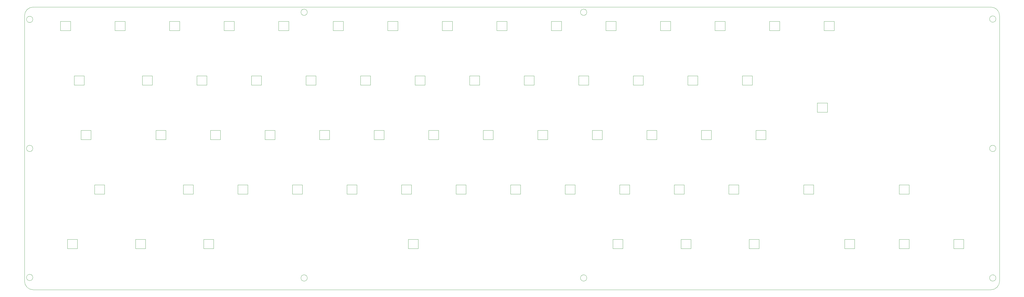
<source format=gbr>
G04 #@! TF.GenerationSoftware,KiCad,Pcbnew,(5.1.12)-1*
G04 #@! TF.CreationDate,2022-12-17T21:06:57+09:00*
G04 #@! TF.ProjectId,jtnk67,6a746e6b-3637-42e6-9b69-6361645f7063,rev?*
G04 #@! TF.SameCoordinates,Original*
G04 #@! TF.FileFunction,Profile,NP*
%FSLAX46Y46*%
G04 Gerber Fmt 4.6, Leading zero omitted, Abs format (unit mm)*
G04 Created by KiCad (PCBNEW (5.1.12)-1) date 2022-12-17 21:06:57*
%MOMM*%
%LPD*%
G01*
G04 APERTURE LIST*
G04 #@! TA.AperFunction,Profile*
%ADD10C,0.100000*%
G04 #@! TD*
G04 #@! TA.AperFunction,Profile*
%ADD11C,0.010000*%
G04 #@! TD*
G04 #@! TA.AperFunction,Profile*
%ADD12C,0.120000*%
G04 #@! TD*
G04 APERTURE END LIST*
D10*
X14275000Y-20250000D02*
X14275000Y-113050000D01*
X17275000Y-116050000D02*
G75*
G02*
X14275000Y-113050000I0J3000000D01*
G01*
X14275000Y-20250000D02*
G75*
G02*
X17275000Y-17250000I3000000J0D01*
G01*
X351806250Y-17250000D02*
G75*
G02*
X354806250Y-20250000I0J-3000000D01*
G01*
X354806250Y-113050000D02*
G75*
G02*
X351806250Y-116050000I-3000000J0D01*
G01*
X354806250Y-113050000D02*
X354806250Y-20250000D01*
X17275000Y-116050000D02*
X351806250Y-116050000D01*
X351806250Y-17250000D02*
X17275000Y-17250000D01*
D11*
X113019000Y-19050000D02*
G75*
G03*
X113019000Y-19050000I-1100000J0D01*
G01*
X113019000Y-111919000D02*
G75*
G03*
X113019000Y-111919000I-1100000J0D01*
G01*
X210650000Y-111919000D02*
G75*
G03*
X210650000Y-111919000I-1100000J0D01*
G01*
X210650000Y-19050000D02*
G75*
G03*
X210650000Y-19050000I-1100000J0D01*
G01*
D12*
X29206200Y-101612000D02*
X29206200Y-98412000D01*
X29206200Y-98412000D02*
X32706200Y-98412000D01*
X32706200Y-98412000D02*
X32706200Y-101612000D01*
X32706200Y-101612000D02*
X29206200Y-101612000D01*
X53018800Y-101612000D02*
X53018800Y-98412000D01*
X53018800Y-98412000D02*
X56518800Y-98412000D01*
X56518800Y-98412000D02*
X56518800Y-101612000D01*
X56518800Y-101612000D02*
X53018800Y-101612000D01*
X38731200Y-82562500D02*
X38731200Y-79362500D01*
X38731200Y-79362500D02*
X42231200Y-79362500D01*
X42231200Y-79362500D02*
X42231200Y-82562500D01*
X42231200Y-82562500D02*
X38731200Y-82562500D01*
X33968800Y-63512500D02*
X33968800Y-60312500D01*
X33968800Y-60312500D02*
X37468800Y-60312500D01*
X37468800Y-60312500D02*
X37468800Y-63512500D01*
X37468800Y-63512500D02*
X33968800Y-63512500D01*
X31587500Y-44462500D02*
X31587500Y-41262500D01*
X31587500Y-41262500D02*
X35087500Y-41262500D01*
X35087500Y-41262500D02*
X35087500Y-44462500D01*
X35087500Y-44462500D02*
X31587500Y-44462500D01*
X26825000Y-25412500D02*
X26825000Y-22212500D01*
X26825000Y-22212500D02*
X30325000Y-22212500D01*
X30325000Y-22212500D02*
X30325000Y-25412500D01*
X30325000Y-25412500D02*
X26825000Y-25412500D01*
X45875000Y-25412500D02*
X45875000Y-22212500D01*
X45875000Y-22212500D02*
X49375000Y-22212500D01*
X49375000Y-22212500D02*
X49375000Y-25412500D01*
X49375000Y-25412500D02*
X45875000Y-25412500D01*
X55400000Y-44462500D02*
X55400000Y-41262500D01*
X55400000Y-41262500D02*
X58900000Y-41262500D01*
X58900000Y-41262500D02*
X58900000Y-44462500D01*
X58900000Y-44462500D02*
X55400000Y-44462500D01*
X60162500Y-63512500D02*
X60162500Y-60312500D01*
X60162500Y-60312500D02*
X63662500Y-60312500D01*
X63662500Y-60312500D02*
X63662500Y-63512500D01*
X63662500Y-63512500D02*
X60162500Y-63512500D01*
X69687500Y-82562500D02*
X69687500Y-79362500D01*
X69687500Y-79362500D02*
X73187500Y-79362500D01*
X73187500Y-79362500D02*
X73187500Y-82562500D01*
X73187500Y-82562500D02*
X69687500Y-82562500D01*
X76831200Y-101612000D02*
X76831200Y-98412000D01*
X76831200Y-98412000D02*
X80331200Y-98412000D01*
X80331200Y-98412000D02*
X80331200Y-101612000D01*
X80331200Y-101612000D02*
X76831200Y-101612000D01*
X88737500Y-82562500D02*
X88737500Y-79362500D01*
X88737500Y-79362500D02*
X92237500Y-79362500D01*
X92237500Y-79362500D02*
X92237500Y-82562500D01*
X92237500Y-82562500D02*
X88737500Y-82562500D01*
X79212500Y-63512500D02*
X79212500Y-60312500D01*
X79212500Y-60312500D02*
X82712500Y-60312500D01*
X82712500Y-60312500D02*
X82712500Y-63512500D01*
X82712500Y-63512500D02*
X79212500Y-63512500D01*
X74450000Y-44462500D02*
X74450000Y-41262500D01*
X74450000Y-41262500D02*
X77950000Y-41262500D01*
X77950000Y-41262500D02*
X77950000Y-44462500D01*
X77950000Y-44462500D02*
X74450000Y-44462500D01*
X64925000Y-25412500D02*
X64925000Y-22212500D01*
X64925000Y-22212500D02*
X68425000Y-22212500D01*
X68425000Y-22212500D02*
X68425000Y-25412500D01*
X68425000Y-25412500D02*
X64925000Y-25412500D01*
X83975000Y-25412500D02*
X83975000Y-22212500D01*
X83975000Y-22212500D02*
X87475000Y-22212500D01*
X87475000Y-22212500D02*
X87475000Y-25412500D01*
X87475000Y-25412500D02*
X83975000Y-25412500D01*
X93500000Y-44462500D02*
X93500000Y-41262500D01*
X93500000Y-41262500D02*
X97000000Y-41262500D01*
X97000000Y-41262500D02*
X97000000Y-44462500D01*
X97000000Y-44462500D02*
X93500000Y-44462500D01*
X98262000Y-63512500D02*
X98262000Y-60312500D01*
X98262000Y-60312500D02*
X101762000Y-60312500D01*
X101762000Y-60312500D02*
X101762000Y-63512500D01*
X101762000Y-63512500D02*
X98262000Y-63512500D01*
X107788000Y-82562500D02*
X107788000Y-79362500D01*
X107788000Y-79362500D02*
X111288000Y-79362500D01*
X111288000Y-79362500D02*
X111288000Y-82562500D01*
X111288000Y-82562500D02*
X107788000Y-82562500D01*
X126838000Y-82562500D02*
X126838000Y-79362500D01*
X126838000Y-79362500D02*
X130338000Y-79362500D01*
X130338000Y-79362500D02*
X130338000Y-82562500D01*
X130338000Y-82562500D02*
X126838000Y-82562500D01*
X117312000Y-63512500D02*
X117312000Y-60312500D01*
X117312000Y-60312500D02*
X120812000Y-60312500D01*
X120812000Y-60312500D02*
X120812000Y-63512500D01*
X120812000Y-63512500D02*
X117312000Y-63512500D01*
X112550000Y-44462500D02*
X112550000Y-41262500D01*
X112550000Y-41262500D02*
X116050000Y-41262500D01*
X116050000Y-41262500D02*
X116050000Y-44462500D01*
X116050000Y-44462500D02*
X112550000Y-44462500D01*
X103025000Y-25412500D02*
X103025000Y-22212500D01*
X103025000Y-22212500D02*
X106525000Y-22212500D01*
X106525000Y-22212500D02*
X106525000Y-25412500D01*
X106525000Y-25412500D02*
X103025000Y-25412500D01*
X122075000Y-25412500D02*
X122075000Y-22212500D01*
X122075000Y-22212500D02*
X125575000Y-22212500D01*
X125575000Y-22212500D02*
X125575000Y-25412500D01*
X125575000Y-25412500D02*
X122075000Y-25412500D01*
X131600000Y-44462500D02*
X131600000Y-41262500D01*
X131600000Y-41262500D02*
X135100000Y-41262500D01*
X135100000Y-41262500D02*
X135100000Y-44462500D01*
X135100000Y-44462500D02*
X131600000Y-44462500D01*
X136362000Y-63512500D02*
X136362000Y-60312500D01*
X136362000Y-60312500D02*
X139862000Y-60312500D01*
X139862000Y-60312500D02*
X139862000Y-63512500D01*
X139862000Y-63512500D02*
X136362000Y-63512500D01*
X145888000Y-82562500D02*
X145888000Y-79362500D01*
X145888000Y-79362500D02*
X149388000Y-79362500D01*
X149388000Y-79362500D02*
X149388000Y-82562500D01*
X149388000Y-82562500D02*
X145888000Y-82562500D01*
X148269000Y-101612000D02*
X148269000Y-98412000D01*
X148269000Y-98412000D02*
X151769000Y-98412000D01*
X151769000Y-98412000D02*
X151769000Y-101612000D01*
X151769000Y-101612000D02*
X148269000Y-101612000D01*
X164938000Y-82562500D02*
X164938000Y-79362500D01*
X164938000Y-79362500D02*
X168438000Y-79362500D01*
X168438000Y-79362500D02*
X168438000Y-82562500D01*
X168438000Y-82562500D02*
X164938000Y-82562500D01*
X155412000Y-63512500D02*
X155412000Y-60312500D01*
X155412000Y-60312500D02*
X158912000Y-60312500D01*
X158912000Y-60312500D02*
X158912000Y-63512500D01*
X158912000Y-63512500D02*
X155412000Y-63512500D01*
X150650000Y-44462500D02*
X150650000Y-41262500D01*
X150650000Y-41262500D02*
X154150000Y-41262500D01*
X154150000Y-41262500D02*
X154150000Y-44462500D01*
X154150000Y-44462500D02*
X150650000Y-44462500D01*
X141125000Y-25412500D02*
X141125000Y-22212500D01*
X141125000Y-22212500D02*
X144625000Y-22212500D01*
X144625000Y-22212500D02*
X144625000Y-25412500D01*
X144625000Y-25412500D02*
X141125000Y-25412500D01*
X160175000Y-25412500D02*
X160175000Y-22212500D01*
X160175000Y-22212500D02*
X163675000Y-22212500D01*
X163675000Y-22212500D02*
X163675000Y-25412500D01*
X163675000Y-25412500D02*
X160175000Y-25412500D01*
X169700000Y-44462500D02*
X169700000Y-41262500D01*
X169700000Y-41262500D02*
X173200000Y-41262500D01*
X173200000Y-41262500D02*
X173200000Y-44462500D01*
X173200000Y-44462500D02*
X169700000Y-44462500D01*
X174462000Y-63512500D02*
X174462000Y-60312500D01*
X174462000Y-60312500D02*
X177962000Y-60312500D01*
X177962000Y-60312500D02*
X177962000Y-63512500D01*
X177962000Y-63512500D02*
X174462000Y-63512500D01*
X183988000Y-82562500D02*
X183988000Y-79362500D01*
X183988000Y-79362500D02*
X187488000Y-79362500D01*
X187488000Y-79362500D02*
X187488000Y-82562500D01*
X187488000Y-82562500D02*
X183988000Y-82562500D01*
X193512000Y-63512500D02*
X193512000Y-60312500D01*
X193512000Y-60312500D02*
X197012000Y-60312500D01*
X197012000Y-60312500D02*
X197012000Y-63512500D01*
X197012000Y-63512500D02*
X193512000Y-63512500D01*
X188750000Y-44462500D02*
X188750000Y-41262500D01*
X188750000Y-41262500D02*
X192250000Y-41262500D01*
X192250000Y-41262500D02*
X192250000Y-44462500D01*
X192250000Y-44462500D02*
X188750000Y-44462500D01*
X179225000Y-25412500D02*
X179225000Y-22212500D01*
X179225000Y-22212500D02*
X182725000Y-22212500D01*
X182725000Y-22212500D02*
X182725000Y-25412500D01*
X182725000Y-25412500D02*
X179225000Y-25412500D01*
X198275000Y-25412500D02*
X198275000Y-22212500D01*
X198275000Y-22212500D02*
X201775000Y-22212500D01*
X201775000Y-22212500D02*
X201775000Y-25412500D01*
X201775000Y-25412500D02*
X198275000Y-25412500D01*
X207800000Y-44462500D02*
X207800000Y-41262500D01*
X207800000Y-41262500D02*
X211300000Y-41262500D01*
X211300000Y-41262500D02*
X211300000Y-44462500D01*
X211300000Y-44462500D02*
X207800000Y-44462500D01*
X212562000Y-63512500D02*
X212562000Y-60312500D01*
X212562000Y-60312500D02*
X216062000Y-60312500D01*
X216062000Y-60312500D02*
X216062000Y-63512500D01*
X216062000Y-63512500D02*
X212562000Y-63512500D01*
X203038000Y-82562500D02*
X203038000Y-79362500D01*
X203038000Y-79362500D02*
X206538000Y-79362500D01*
X206538000Y-79362500D02*
X206538000Y-82562500D01*
X206538000Y-82562500D02*
X203038000Y-82562500D01*
X219706000Y-101612000D02*
X219706000Y-98412000D01*
X219706000Y-98412000D02*
X223206000Y-98412000D01*
X223206000Y-98412000D02*
X223206000Y-101612000D01*
X223206000Y-101612000D02*
X219706000Y-101612000D01*
X222088000Y-82562500D02*
X222088000Y-79362500D01*
X222088000Y-79362500D02*
X225588000Y-79362500D01*
X225588000Y-79362500D02*
X225588000Y-82562500D01*
X225588000Y-82562500D02*
X222088000Y-82562500D01*
X231612000Y-63512500D02*
X231612000Y-60312500D01*
X231612000Y-60312500D02*
X235112000Y-60312500D01*
X235112000Y-60312500D02*
X235112000Y-63512500D01*
X235112000Y-63512500D02*
X231612000Y-63512500D01*
X226850000Y-44462500D02*
X226850000Y-41262500D01*
X226850000Y-41262500D02*
X230350000Y-41262500D01*
X230350000Y-41262500D02*
X230350000Y-44462500D01*
X230350000Y-44462500D02*
X226850000Y-44462500D01*
X217325000Y-25412500D02*
X217325000Y-22212500D01*
X217325000Y-22212500D02*
X220825000Y-22212500D01*
X220825000Y-22212500D02*
X220825000Y-25412500D01*
X220825000Y-25412500D02*
X217325000Y-25412500D01*
X236375000Y-25412500D02*
X236375000Y-22212500D01*
X236375000Y-22212500D02*
X239875000Y-22212500D01*
X239875000Y-22212500D02*
X239875000Y-25412500D01*
X239875000Y-25412500D02*
X236375000Y-25412500D01*
X255425000Y-25412500D02*
X255425000Y-22212500D01*
X255425000Y-22212500D02*
X258925000Y-22212500D01*
X258925000Y-22212500D02*
X258925000Y-25412500D01*
X258925000Y-25412500D02*
X255425000Y-25412500D01*
X245900000Y-44462500D02*
X245900000Y-41262500D01*
X245900000Y-41262500D02*
X249400000Y-41262500D01*
X249400000Y-41262500D02*
X249400000Y-44462500D01*
X249400000Y-44462500D02*
X245900000Y-44462500D01*
X250662000Y-63512500D02*
X250662000Y-60312500D01*
X250662000Y-60312500D02*
X254162000Y-60312500D01*
X254162000Y-60312500D02*
X254162000Y-63512500D01*
X254162000Y-63512500D02*
X250662000Y-63512500D01*
X241138000Y-82562500D02*
X241138000Y-79362500D01*
X241138000Y-79362500D02*
X244638000Y-79362500D01*
X244638000Y-79362500D02*
X244638000Y-82562500D01*
X244638000Y-82562500D02*
X241138000Y-82562500D01*
X243519000Y-101612000D02*
X243519000Y-98412000D01*
X243519000Y-98412000D02*
X247019000Y-98412000D01*
X247019000Y-98412000D02*
X247019000Y-101612000D01*
X247019000Y-101612000D02*
X243519000Y-101612000D01*
X267331000Y-101612000D02*
X267331000Y-98412000D01*
X267331000Y-98412000D02*
X270831000Y-98412000D01*
X270831000Y-98412000D02*
X270831000Y-101612000D01*
X270831000Y-101612000D02*
X267331000Y-101612000D01*
X260188000Y-82562500D02*
X260188000Y-79362500D01*
X260188000Y-79362500D02*
X263688000Y-79362500D01*
X263688000Y-79362500D02*
X263688000Y-82562500D01*
X263688000Y-82562500D02*
X260188000Y-82562500D01*
X269712000Y-63512500D02*
X269712000Y-60312500D01*
X269712000Y-60312500D02*
X273212000Y-60312500D01*
X273212000Y-60312500D02*
X273212000Y-63512500D01*
X273212000Y-63512500D02*
X269712000Y-63512500D01*
X264950000Y-44462500D02*
X264950000Y-41262500D01*
X264950000Y-41262500D02*
X268450000Y-41262500D01*
X268450000Y-41262500D02*
X268450000Y-44462500D01*
X268450000Y-44462500D02*
X264950000Y-44462500D01*
X274475000Y-25412500D02*
X274475000Y-22212500D01*
X274475000Y-22212500D02*
X277975000Y-22212500D01*
X277975000Y-22212500D02*
X277975000Y-25412500D01*
X277975000Y-25412500D02*
X274475000Y-25412500D01*
X293525000Y-25412500D02*
X293525000Y-22212500D01*
X293525000Y-22212500D02*
X297025000Y-22212500D01*
X297025000Y-22212500D02*
X297025000Y-25412500D01*
X297025000Y-25412500D02*
X293525000Y-25412500D01*
X291144000Y-53987500D02*
X291144000Y-50787500D01*
X291144000Y-50787500D02*
X294644000Y-50787500D01*
X294644000Y-50787500D02*
X294644000Y-53987500D01*
X294644000Y-53987500D02*
X291144000Y-53987500D01*
X286381000Y-82562500D02*
X286381000Y-79362500D01*
X286381000Y-79362500D02*
X289881000Y-79362500D01*
X289881000Y-79362500D02*
X289881000Y-82562500D01*
X289881000Y-82562500D02*
X286381000Y-82562500D01*
X300669000Y-101612000D02*
X300669000Y-98412000D01*
X300669000Y-98412000D02*
X304169000Y-98412000D01*
X304169000Y-98412000D02*
X304169000Y-101612000D01*
X304169000Y-101612000D02*
X300669000Y-101612000D01*
X319719000Y-82562500D02*
X319719000Y-79362500D01*
X319719000Y-79362500D02*
X323219000Y-79362500D01*
X323219000Y-79362500D02*
X323219000Y-82562500D01*
X323219000Y-82562500D02*
X319719000Y-82562500D01*
X319719000Y-101612000D02*
X319719000Y-98412000D01*
X319719000Y-98412000D02*
X323219000Y-98412000D01*
X323219000Y-98412000D02*
X323219000Y-101612000D01*
X323219000Y-101612000D02*
X319719000Y-101612000D01*
X338769000Y-101612000D02*
X338769000Y-98412000D01*
X338769000Y-98412000D02*
X342269000Y-98412000D01*
X342269000Y-98412000D02*
X342269000Y-101612000D01*
X342269000Y-101612000D02*
X338769000Y-101612000D01*
D11*
X353525000Y-111919000D02*
G75*
G03*
X353525000Y-111919000I-1100000J0D01*
G01*
X353525000Y-66650000D02*
G75*
G03*
X353525000Y-66650000I-1100000J0D01*
G01*
X353525000Y-21431200D02*
G75*
G03*
X353525000Y-21431200I-1100000J0D01*
G01*
X17175000Y-111750000D02*
G75*
G03*
X17175000Y-111750000I-1100000J0D01*
G01*
X17175000Y-66650000D02*
G75*
G03*
X17175000Y-66650000I-1100000J0D01*
G01*
X17175000Y-21550000D02*
G75*
G03*
X17175000Y-21550000I-1100000J0D01*
G01*
M02*

</source>
